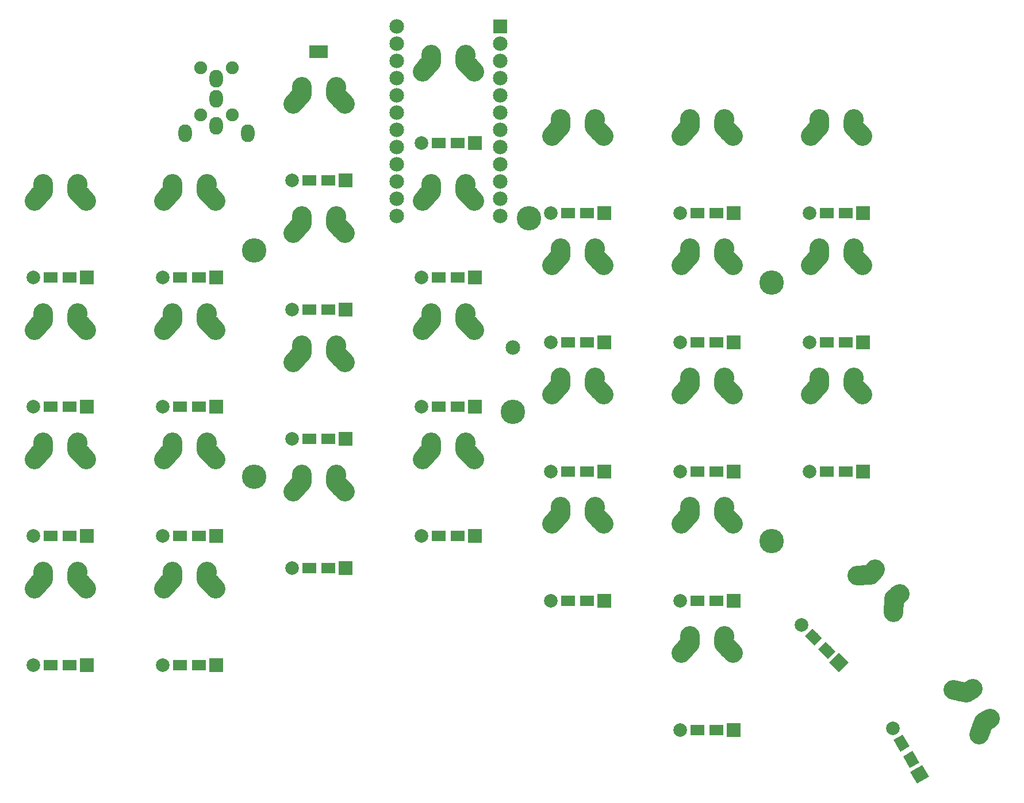
<source format=gts>
G04 #@! TF.GenerationSoftware,KiCad,Pcbnew,(5.1.2)-2*
G04 #@! TF.CreationDate,2019-06-19T23:20:39-05:00*
G04 #@! TF.ProjectId,BlastersRev2,426c6173-7465-4727-9352-6576322e6b69,rev?*
G04 #@! TF.SameCoordinates,Original*
G04 #@! TF.FileFunction,Soldermask,Top*
G04 #@! TF.FilePolarity,Negative*
%FSLAX46Y46*%
G04 Gerber Fmt 4.6, Leading zero omitted, Abs format (unit mm)*
G04 Created by KiCad (PCBNEW (5.1.2)-2) date 2019-06-19 23:20:39*
%MOMM*%
%LPD*%
G04 APERTURE LIST*
%ADD10C,2.152600*%
%ADD11R,1.400000X1.900000*%
%ADD12C,1.900000*%
%ADD13O,2.000000X2.600000*%
%ADD14R,2.000000X2.000000*%
%ADD15C,2.000000*%
%ADD16R,2.000000X1.600000*%
%ADD17C,0.100000*%
%ADD18C,1.600000*%
%ADD19C,2.900000*%
%ADD20C,2.900000*%
%ADD21C,2.400000*%
%ADD22R,2.152600X2.152600*%
%ADD23C,3.600000*%
G04 APERTURE END LIST*
D10*
X133350000Y-104775000D03*
D11*
X104070000Y-61190000D03*
X105370000Y-61190000D03*
D12*
X91993750Y-70512500D03*
X91993750Y-63512500D03*
D13*
X94293750Y-73212500D03*
X85093750Y-73212500D03*
X89693750Y-72112500D03*
X89693750Y-65112500D03*
D12*
X87393750Y-70512500D03*
X87393750Y-63512500D03*
D13*
X89693750Y-68112500D03*
D14*
X146775000Y-84931250D03*
D15*
X138975000Y-84931250D03*
D16*
X141475000Y-84931250D03*
X144275000Y-84931250D03*
X144275000Y-103981250D03*
X141475000Y-103981250D03*
D15*
X138975000Y-103981250D03*
D14*
X146775000Y-103981250D03*
X146775000Y-123031250D03*
D15*
X138975000Y-123031250D03*
D16*
X141475000Y-123031250D03*
X144275000Y-123031250D03*
X144275000Y-142081250D03*
X141475000Y-142081250D03*
D15*
X138975000Y-142081250D03*
D14*
X146775000Y-142081250D03*
X165825000Y-84931250D03*
D15*
X158025000Y-84931250D03*
D16*
X160525000Y-84931250D03*
X163325000Y-84931250D03*
X163325000Y-103981250D03*
X160525000Y-103981250D03*
D15*
X158025000Y-103981250D03*
D14*
X165825000Y-103981250D03*
X165825000Y-123031250D03*
D15*
X158025000Y-123031250D03*
D16*
X160525000Y-123031250D03*
X163325000Y-123031250D03*
X163325000Y-142081250D03*
X160525000Y-142081250D03*
D15*
X158025000Y-142081250D03*
D14*
X165825000Y-142081250D03*
X165825000Y-161131250D03*
D15*
X158025000Y-161131250D03*
D16*
X160525000Y-161131250D03*
X163325000Y-161131250D03*
X182375000Y-84931250D03*
X179575000Y-84931250D03*
D15*
X177075000Y-84931250D03*
D14*
X184875000Y-84931250D03*
X184875000Y-103981250D03*
D15*
X177075000Y-103981250D03*
D16*
X179575000Y-103981250D03*
X182375000Y-103981250D03*
X182375000Y-123031250D03*
X179575000Y-123031250D03*
D15*
X177075000Y-123031250D03*
D14*
X184875000Y-123031250D03*
D15*
X193243750Y-167683749D03*
D17*
G36*
X191877725Y-167317724D02*
G01*
X193609775Y-166317724D01*
X194609775Y-168049774D01*
X192877725Y-169049774D01*
X191877725Y-167317724D01*
X191877725Y-167317724D01*
G37*
D15*
X189343750Y-160928751D03*
D18*
X190593750Y-163093814D03*
D17*
G36*
X189400930Y-162627789D02*
G01*
X190786570Y-161827789D01*
X191786570Y-163559839D01*
X190400930Y-164359839D01*
X189400930Y-162627789D01*
X189400930Y-162627789D01*
G37*
D18*
X191993750Y-165518686D03*
D17*
G36*
X190800930Y-165052661D02*
G01*
X192186570Y-164252661D01*
X193186570Y-165984711D01*
X191800930Y-166784711D01*
X190800930Y-165052661D01*
X190800930Y-165052661D01*
G37*
D16*
X68075000Y-113506250D03*
X65275000Y-113506250D03*
D15*
X62775000Y-113506250D03*
D14*
X70575000Y-113506250D03*
X127725000Y-113506250D03*
D15*
X119925000Y-113506250D03*
D16*
X122425000Y-113506250D03*
X125225000Y-113506250D03*
X125225000Y-132556250D03*
X122425000Y-132556250D03*
D15*
X119925000Y-132556250D03*
D14*
X127725000Y-132556250D03*
D15*
X181351466Y-151188966D03*
D17*
G36*
X179937252Y-151188966D02*
G01*
X181351466Y-149774752D01*
X182765680Y-151188966D01*
X181351466Y-152603180D01*
X179937252Y-151188966D01*
X179937252Y-151188966D01*
G37*
D15*
X175836034Y-145673534D03*
D18*
X177603801Y-147441301D03*
D17*
G36*
X176331009Y-147299880D02*
G01*
X177462380Y-146168509D01*
X178876593Y-147582722D01*
X177745222Y-148714093D01*
X176331009Y-147299880D01*
X176331009Y-147299880D01*
G37*
D18*
X179583699Y-149421199D03*
D17*
G36*
X178310907Y-149279778D02*
G01*
X179442278Y-148148407D01*
X180856491Y-149562620D01*
X179725120Y-150693991D01*
X178310907Y-149279778D01*
X178310907Y-149279778D01*
G37*
D16*
X68075000Y-94456250D03*
X65275000Y-94456250D03*
D15*
X62775000Y-94456250D03*
D14*
X70575000Y-94456250D03*
X70575000Y-132556250D03*
D15*
X62775000Y-132556250D03*
D16*
X65275000Y-132556250D03*
X68075000Y-132556250D03*
X68075000Y-151606250D03*
X65275000Y-151606250D03*
D15*
X62775000Y-151606250D03*
D14*
X70575000Y-151606250D03*
X89625000Y-94456250D03*
D15*
X81825000Y-94456250D03*
D16*
X84325000Y-94456250D03*
X87125000Y-94456250D03*
X87125000Y-113506250D03*
X84325000Y-113506250D03*
D15*
X81825000Y-113506250D03*
D14*
X89625000Y-113506250D03*
X89625000Y-132556250D03*
D15*
X81825000Y-132556250D03*
D16*
X84325000Y-132556250D03*
X87125000Y-132556250D03*
X87125000Y-151606250D03*
X84325000Y-151606250D03*
D15*
X81825000Y-151606250D03*
D14*
X89625000Y-151606250D03*
D16*
X106175000Y-80168750D03*
X103375000Y-80168750D03*
D15*
X100875000Y-80168750D03*
D14*
X108675000Y-80168750D03*
X108675000Y-99218750D03*
D15*
X100875000Y-99218750D03*
D16*
X103375000Y-99218750D03*
X106175000Y-99218750D03*
X106175000Y-118268750D03*
X103375000Y-118268750D03*
D15*
X100875000Y-118268750D03*
D14*
X108675000Y-118268750D03*
X108675000Y-137318750D03*
D15*
X100875000Y-137318750D03*
D16*
X103375000Y-137318750D03*
X106175000Y-137318750D03*
D14*
X127725000Y-74612500D03*
D15*
X119925000Y-74612500D03*
D16*
X122425000Y-74612500D03*
X125225000Y-74612500D03*
X125225000Y-94456250D03*
X122425000Y-94456250D03*
D15*
X119925000Y-94456250D03*
D14*
X127725000Y-94456250D03*
D19*
X69195000Y-99985000D03*
D20*
X69214999Y-99695000D02*
X69175001Y-100275000D01*
D21*
X69175000Y-100275000D03*
X69215000Y-99695000D03*
X64175000Y-100775000D03*
X62865000Y-102235000D03*
X69175000Y-100775000D03*
X70485000Y-102235000D03*
X64175000Y-100275000D03*
X64135000Y-99695000D03*
D19*
X63520000Y-101505000D03*
D20*
X62865005Y-102235004D02*
X64174995Y-100774996D01*
D19*
X64155000Y-99985000D03*
D20*
X64135001Y-99695000D02*
X64174999Y-100275000D01*
D19*
X69830000Y-101505000D03*
D20*
X70484995Y-102235004D02*
X69175005Y-100774996D01*
D19*
X69195000Y-80935000D03*
D20*
X69214999Y-80645000D02*
X69175001Y-81225000D01*
D21*
X69175000Y-81225000D03*
X69215000Y-80645000D03*
X64175000Y-81725000D03*
X62865000Y-83185000D03*
X69175000Y-81725000D03*
X70485000Y-83185000D03*
X64175000Y-81225000D03*
X64135000Y-80645000D03*
D19*
X63520000Y-82455000D03*
D20*
X62865005Y-83185004D02*
X64174995Y-81724996D01*
D19*
X64155000Y-80935000D03*
D20*
X64135001Y-80645000D02*
X64174999Y-81225000D01*
D19*
X69830000Y-82455000D03*
D20*
X70484995Y-83185004D02*
X69175005Y-81724996D01*
D19*
X146030000Y-111030000D03*
D20*
X146684995Y-111760004D02*
X145375005Y-110299996D01*
D19*
X140355000Y-109510000D03*
D20*
X140335001Y-109220000D02*
X140374999Y-109800000D01*
D19*
X139720000Y-111030000D03*
D20*
X139065005Y-111760004D02*
X140374995Y-110299996D01*
D21*
X140335000Y-109220000D03*
X140375000Y-109800000D03*
X146685000Y-111760000D03*
X145375000Y-110300000D03*
X139065000Y-111760000D03*
X140375000Y-110300000D03*
X145415000Y-109220000D03*
X145375000Y-109800000D03*
D19*
X145395000Y-109510000D03*
D20*
X145414999Y-109220000D02*
X145375001Y-109800000D01*
D19*
X145395000Y-128560000D03*
D20*
X145414999Y-128270000D02*
X145375001Y-128850000D01*
D21*
X145375000Y-128850000D03*
X145415000Y-128270000D03*
X140375000Y-129350000D03*
X139065000Y-130810000D03*
X145375000Y-129350000D03*
X146685000Y-130810000D03*
X140375000Y-128850000D03*
X140335000Y-128270000D03*
D19*
X139720000Y-130080000D03*
D20*
X139065005Y-130810004D02*
X140374995Y-129349996D01*
D19*
X140355000Y-128560000D03*
D20*
X140335001Y-128270000D02*
X140374999Y-128850000D01*
D19*
X146030000Y-130080000D03*
D20*
X146684995Y-130810004D02*
X145375005Y-129349996D01*
D19*
X165080000Y-72930000D03*
D20*
X165734995Y-73660004D02*
X164425005Y-72199996D01*
D19*
X159405000Y-71410000D03*
D20*
X159385001Y-71120000D02*
X159424999Y-71700000D01*
D19*
X158770000Y-72930000D03*
D20*
X158115005Y-73660004D02*
X159424995Y-72199996D01*
D21*
X159385000Y-71120000D03*
X159425000Y-71700000D03*
X165735000Y-73660000D03*
X164425000Y-72200000D03*
X158115000Y-73660000D03*
X159425000Y-72200000D03*
X164465000Y-71120000D03*
X164425000Y-71700000D03*
D19*
X164445000Y-71410000D03*
D20*
X164464999Y-71120000D02*
X164425001Y-71700000D01*
D19*
X164445000Y-90460000D03*
D20*
X164464999Y-90170000D02*
X164425001Y-90750000D01*
D21*
X164425000Y-90750000D03*
X164465000Y-90170000D03*
X159425000Y-91250000D03*
X158115000Y-92710000D03*
X164425000Y-91250000D03*
X165735000Y-92710000D03*
X159425000Y-90750000D03*
X159385000Y-90170000D03*
D19*
X158770000Y-91980000D03*
D20*
X158115005Y-92710004D02*
X159424995Y-91249996D01*
D19*
X159405000Y-90460000D03*
D20*
X159385001Y-90170000D02*
X159424999Y-90750000D01*
D19*
X165080000Y-91980000D03*
D20*
X165734995Y-92710004D02*
X164425005Y-91249996D01*
D19*
X165080000Y-111030000D03*
D20*
X165734995Y-111760004D02*
X164425005Y-110299996D01*
D19*
X159405000Y-109510000D03*
D20*
X159385001Y-109220000D02*
X159424999Y-109800000D01*
D19*
X158770000Y-111030000D03*
D20*
X158115005Y-111760004D02*
X159424995Y-110299996D01*
D21*
X159385000Y-109220000D03*
X159425000Y-109800000D03*
X165735000Y-111760000D03*
X164425000Y-110300000D03*
X158115000Y-111760000D03*
X159425000Y-110300000D03*
X164465000Y-109220000D03*
X164425000Y-109800000D03*
D19*
X164445000Y-109510000D03*
D20*
X164464999Y-109220000D02*
X164425001Y-109800000D01*
D19*
X164445000Y-128560000D03*
D20*
X164464999Y-128270000D02*
X164425001Y-128850000D01*
D21*
X164425000Y-128850000D03*
X164465000Y-128270000D03*
X159425000Y-129350000D03*
X158115000Y-130810000D03*
X164425000Y-129350000D03*
X165735000Y-130810000D03*
X159425000Y-128850000D03*
X159385000Y-128270000D03*
D19*
X158770000Y-130080000D03*
D20*
X158115005Y-130810004D02*
X159424995Y-129349996D01*
D19*
X159405000Y-128560000D03*
D20*
X159385001Y-128270000D02*
X159424999Y-128850000D01*
D19*
X165080000Y-130080000D03*
D20*
X165734995Y-130810004D02*
X164425005Y-129349996D01*
D19*
X165080000Y-149130000D03*
D20*
X165734995Y-149860004D02*
X164425005Y-148399996D01*
D19*
X159405000Y-147610000D03*
D20*
X159385001Y-147320000D02*
X159424999Y-147900000D01*
D19*
X158770000Y-149130000D03*
D20*
X158115005Y-149860004D02*
X159424995Y-148399996D01*
D21*
X159385000Y-147320000D03*
X159425000Y-147900000D03*
X165735000Y-149860000D03*
X164425000Y-148400000D03*
X158115000Y-149860000D03*
X159425000Y-148400000D03*
X164465000Y-147320000D03*
X164425000Y-147900000D03*
D19*
X164445000Y-147610000D03*
D20*
X164464999Y-147320000D02*
X164425001Y-147900000D01*
D19*
X183495000Y-71410000D03*
D20*
X183514999Y-71120000D02*
X183475001Y-71700000D01*
D21*
X183475000Y-71700000D03*
X183515000Y-71120000D03*
X178475000Y-72200000D03*
X177165000Y-73660000D03*
X183475000Y-72200000D03*
X184785000Y-73660000D03*
X178475000Y-71700000D03*
X178435000Y-71120000D03*
D19*
X177820000Y-72930000D03*
D20*
X177165005Y-73660004D02*
X178474995Y-72199996D01*
D19*
X178455000Y-71410000D03*
D20*
X178435001Y-71120000D02*
X178474999Y-71700000D01*
D19*
X184130000Y-72930000D03*
D20*
X184784995Y-73660004D02*
X183475005Y-72199996D01*
D19*
X184130000Y-91980000D03*
D20*
X184784995Y-92710004D02*
X183475005Y-91249996D01*
D19*
X178455000Y-90460000D03*
D20*
X178435001Y-90170000D02*
X178474999Y-90750000D01*
D19*
X177820000Y-91980000D03*
D20*
X177165005Y-92710004D02*
X178474995Y-91249996D01*
D21*
X178435000Y-90170000D03*
X178475000Y-90750000D03*
X184785000Y-92710000D03*
X183475000Y-91250000D03*
X177165000Y-92710000D03*
X178475000Y-91250000D03*
X183515000Y-90170000D03*
X183475000Y-90750000D03*
D19*
X183495000Y-90460000D03*
D20*
X183514999Y-90170000D02*
X183475001Y-90750000D01*
D19*
X184130000Y-111030000D03*
D20*
X184784995Y-111760004D02*
X183475005Y-110299996D01*
D19*
X178455000Y-109510000D03*
D20*
X178435001Y-109220000D02*
X178474999Y-109800000D01*
D19*
X177820000Y-111030000D03*
D20*
X177165005Y-111760004D02*
X178474995Y-110299996D01*
D21*
X178435000Y-109220000D03*
X178475000Y-109800000D03*
X184785000Y-111760000D03*
X183475000Y-110300000D03*
X177165000Y-111760000D03*
X178475000Y-110300000D03*
X183515000Y-109220000D03*
X183475000Y-109800000D03*
D19*
X183495000Y-109510000D03*
D20*
X183514999Y-109220000D02*
X183475001Y-109800000D01*
D19*
X189464261Y-142795183D03*
D20*
X189411222Y-143774526D02*
X189517300Y-141815840D01*
D19*
X186526232Y-137707549D03*
D20*
X186717152Y-137488346D02*
X186335312Y-137926752D01*
D19*
X185002417Y-138333339D03*
D20*
X184023074Y-138386378D02*
X185981760Y-138280300D01*
D21*
X186717151Y-137488346D03*
X186335314Y-137926753D03*
X189411228Y-143774526D03*
X189517294Y-141815840D03*
X184023074Y-138386372D03*
X185981760Y-138280306D03*
X190309254Y-141080449D03*
X189870847Y-141462286D03*
D19*
X190090051Y-141271368D03*
D20*
X190309254Y-141080448D02*
X189870848Y-141462288D01*
D19*
X203341962Y-159622184D03*
D20*
X203603109Y-159494504D02*
X203080815Y-159749864D01*
D21*
X203080813Y-159749864D03*
X203603109Y-159494505D03*
X200147802Y-155669736D03*
X198228405Y-155265243D03*
X202647802Y-159999864D03*
X202038405Y-161864357D03*
X200580814Y-155419736D03*
X201063109Y-155095095D03*
D19*
X199188103Y-155467490D03*
D20*
X198228403Y-155265249D02*
X200147803Y-155669731D01*
D19*
X200821962Y-155257416D03*
D20*
X201063110Y-155095096D02*
X200580814Y-155419736D01*
D19*
X202343103Y-160932110D03*
D20*
X202038398Y-161864355D02*
X202647808Y-159999865D01*
D19*
X146030000Y-72930000D03*
D20*
X146684995Y-73660004D02*
X145375005Y-72199996D01*
D19*
X140355000Y-71410000D03*
D20*
X140335001Y-71120000D02*
X140374999Y-71700000D01*
D19*
X139720000Y-72930000D03*
D20*
X139065005Y-73660004D02*
X140374995Y-72199996D01*
D21*
X140335000Y-71120000D03*
X140375000Y-71700000D03*
X146685000Y-73660000D03*
X145375000Y-72200000D03*
X139065000Y-73660000D03*
X140375000Y-72200000D03*
X145415000Y-71120000D03*
X145375000Y-71700000D03*
D19*
X145395000Y-71410000D03*
D20*
X145414999Y-71120000D02*
X145375001Y-71700000D01*
D19*
X145395000Y-90460000D03*
D20*
X145414999Y-90170000D02*
X145375001Y-90750000D01*
D21*
X145375000Y-90750000D03*
X145415000Y-90170000D03*
X140375000Y-91250000D03*
X139065000Y-92710000D03*
X145375000Y-91250000D03*
X146685000Y-92710000D03*
X140375000Y-90750000D03*
X140335000Y-90170000D03*
D19*
X139720000Y-91980000D03*
D20*
X139065005Y-92710004D02*
X140374995Y-91249996D01*
D19*
X140355000Y-90460000D03*
D20*
X140335001Y-90170000D02*
X140374999Y-90750000D01*
D19*
X146030000Y-91980000D03*
D20*
X146684995Y-92710004D02*
X145375005Y-91249996D01*
D19*
X126980000Y-82455000D03*
D20*
X127634995Y-83185004D02*
X126325005Y-81724996D01*
D19*
X121305000Y-80935000D03*
D20*
X121285001Y-80645000D02*
X121324999Y-81225000D01*
D19*
X120670000Y-82455000D03*
D20*
X120015005Y-83185004D02*
X121324995Y-81724996D01*
D21*
X121285000Y-80645000D03*
X121325000Y-81225000D03*
X127635000Y-83185000D03*
X126325000Y-81725000D03*
X120015000Y-83185000D03*
X121325000Y-81725000D03*
X126365000Y-80645000D03*
X126325000Y-81225000D03*
D19*
X126345000Y-80935000D03*
D20*
X126364999Y-80645000D02*
X126325001Y-81225000D01*
D19*
X126345000Y-99985000D03*
D20*
X126364999Y-99695000D02*
X126325001Y-100275000D01*
D21*
X126325000Y-100275000D03*
X126365000Y-99695000D03*
X121325000Y-100775000D03*
X120015000Y-102235000D03*
X126325000Y-100775000D03*
X127635000Y-102235000D03*
X121325000Y-100275000D03*
X121285000Y-99695000D03*
D19*
X120670000Y-101505000D03*
D20*
X120015005Y-102235004D02*
X121324995Y-100774996D01*
D19*
X121305000Y-99985000D03*
D20*
X121285001Y-99695000D02*
X121324999Y-100275000D01*
D19*
X126980000Y-101505000D03*
D20*
X127634995Y-102235004D02*
X126325005Y-100774996D01*
D19*
X69195000Y-119035000D03*
D20*
X69214999Y-118745000D02*
X69175001Y-119325000D01*
D21*
X69175000Y-119325000D03*
X69215000Y-118745000D03*
X64175000Y-119825000D03*
X62865000Y-121285000D03*
X69175000Y-119825000D03*
X70485000Y-121285000D03*
X64175000Y-119325000D03*
X64135000Y-118745000D03*
D19*
X63520000Y-120555000D03*
D20*
X62865005Y-121285004D02*
X64174995Y-119824996D01*
D19*
X64155000Y-119035000D03*
D20*
X64135001Y-118745000D02*
X64174999Y-119325000D01*
D19*
X69830000Y-120555000D03*
D20*
X70484995Y-121285004D02*
X69175005Y-119824996D01*
D19*
X69830000Y-139605000D03*
D20*
X70484995Y-140335004D02*
X69175005Y-138874996D01*
D19*
X64155000Y-138085000D03*
D20*
X64135001Y-137795000D02*
X64174999Y-138375000D01*
D19*
X63520000Y-139605000D03*
D20*
X62865005Y-140335004D02*
X64174995Y-138874996D01*
D21*
X64135000Y-137795000D03*
X64175000Y-138375000D03*
X70485000Y-140335000D03*
X69175000Y-138875000D03*
X62865000Y-140335000D03*
X64175000Y-138875000D03*
X69215000Y-137795000D03*
X69175000Y-138375000D03*
D19*
X69195000Y-138085000D03*
D20*
X69214999Y-137795000D02*
X69175001Y-138375000D01*
D19*
X88245000Y-80935000D03*
D20*
X88264999Y-80645000D02*
X88225001Y-81225000D01*
D21*
X88225000Y-81225000D03*
X88265000Y-80645000D03*
X83225000Y-81725000D03*
X81915000Y-83185000D03*
X88225000Y-81725000D03*
X89535000Y-83185000D03*
X83225000Y-81225000D03*
X83185000Y-80645000D03*
D19*
X82570000Y-82455000D03*
D20*
X81915005Y-83185004D02*
X83224995Y-81724996D01*
D19*
X83205000Y-80935000D03*
D20*
X83185001Y-80645000D02*
X83224999Y-81225000D01*
D19*
X88880000Y-82455000D03*
D20*
X89534995Y-83185004D02*
X88225005Y-81724996D01*
D19*
X88880000Y-101505000D03*
D20*
X89534995Y-102235004D02*
X88225005Y-100774996D01*
D19*
X83205000Y-99985000D03*
D20*
X83185001Y-99695000D02*
X83224999Y-100275000D01*
D19*
X82570000Y-101505000D03*
D20*
X81915005Y-102235004D02*
X83224995Y-100774996D01*
D21*
X83185000Y-99695000D03*
X83225000Y-100275000D03*
X89535000Y-102235000D03*
X88225000Y-100775000D03*
X81915000Y-102235000D03*
X83225000Y-100775000D03*
X88265000Y-99695000D03*
X88225000Y-100275000D03*
D19*
X88245000Y-99985000D03*
D20*
X88264999Y-99695000D02*
X88225001Y-100275000D01*
D19*
X88245000Y-119035000D03*
D20*
X88264999Y-118745000D02*
X88225001Y-119325000D01*
D21*
X88225000Y-119325000D03*
X88265000Y-118745000D03*
X83225000Y-119825000D03*
X81915000Y-121285000D03*
X88225000Y-119825000D03*
X89535000Y-121285000D03*
X83225000Y-119325000D03*
X83185000Y-118745000D03*
D19*
X82570000Y-120555000D03*
D20*
X81915005Y-121285004D02*
X83224995Y-119824996D01*
D19*
X83205000Y-119035000D03*
D20*
X83185001Y-118745000D02*
X83224999Y-119325000D01*
D19*
X88880000Y-120555000D03*
D20*
X89534995Y-121285004D02*
X88225005Y-119824996D01*
D19*
X88880000Y-139605000D03*
D20*
X89534995Y-140335004D02*
X88225005Y-138874996D01*
D19*
X83205000Y-138085000D03*
D20*
X83185001Y-137795000D02*
X83224999Y-138375000D01*
D19*
X82570000Y-139605000D03*
D20*
X81915005Y-140335004D02*
X83224995Y-138874996D01*
D21*
X83185000Y-137795000D03*
X83225000Y-138375000D03*
X89535000Y-140335000D03*
X88225000Y-138875000D03*
X81915000Y-140335000D03*
X83225000Y-138875000D03*
X88265000Y-137795000D03*
X88225000Y-138375000D03*
D19*
X88245000Y-138085000D03*
D20*
X88264999Y-137795000D02*
X88225001Y-138375000D01*
D19*
X107930000Y-68167500D03*
D20*
X108584995Y-68897504D02*
X107275005Y-67437496D01*
D19*
X102255000Y-66647500D03*
D20*
X102235001Y-66357500D02*
X102274999Y-66937500D01*
D19*
X101620000Y-68167500D03*
D20*
X100965005Y-68897504D02*
X102274995Y-67437496D01*
D21*
X102235000Y-66357500D03*
X102275000Y-66937500D03*
X108585000Y-68897500D03*
X107275000Y-67437500D03*
X100965000Y-68897500D03*
X102275000Y-67437500D03*
X107315000Y-66357500D03*
X107275000Y-66937500D03*
D19*
X107295000Y-66647500D03*
D20*
X107314999Y-66357500D02*
X107275001Y-66937500D01*
D19*
X107295000Y-85697500D03*
D20*
X107314999Y-85407500D02*
X107275001Y-85987500D01*
D21*
X107275000Y-85987500D03*
X107315000Y-85407500D03*
X102275000Y-86487500D03*
X100965000Y-87947500D03*
X107275000Y-86487500D03*
X108585000Y-87947500D03*
X102275000Y-85987500D03*
X102235000Y-85407500D03*
D19*
X101620000Y-87217500D03*
D20*
X100965005Y-87947504D02*
X102274995Y-86487496D01*
D19*
X102255000Y-85697500D03*
D20*
X102235001Y-85407500D02*
X102274999Y-85987500D01*
D19*
X107930000Y-87217500D03*
D20*
X108584995Y-87947504D02*
X107275005Y-86487496D01*
D19*
X107930000Y-106267500D03*
D20*
X108584995Y-106997504D02*
X107275005Y-105537496D01*
D19*
X102255000Y-104747500D03*
D20*
X102235001Y-104457500D02*
X102274999Y-105037500D01*
D19*
X101620000Y-106267500D03*
D20*
X100965005Y-106997504D02*
X102274995Y-105537496D01*
D21*
X102235000Y-104457500D03*
X102275000Y-105037500D03*
X108585000Y-106997500D03*
X107275000Y-105537500D03*
X100965000Y-106997500D03*
X102275000Y-105537500D03*
X107315000Y-104457500D03*
X107275000Y-105037500D03*
D19*
X107295000Y-104747500D03*
D20*
X107314999Y-104457500D02*
X107275001Y-105037500D01*
D19*
X107295000Y-123797500D03*
D20*
X107314999Y-123507500D02*
X107275001Y-124087500D01*
D21*
X107275000Y-124087500D03*
X107315000Y-123507500D03*
X102275000Y-124587500D03*
X100965000Y-126047500D03*
X107275000Y-124587500D03*
X108585000Y-126047500D03*
X102275000Y-124087500D03*
X102235000Y-123507500D03*
D19*
X101620000Y-125317500D03*
D20*
X100965005Y-126047504D02*
X102274995Y-124587496D01*
D19*
X102255000Y-123797500D03*
D20*
X102235001Y-123507500D02*
X102274999Y-124087500D01*
D19*
X107930000Y-125317500D03*
D20*
X108584995Y-126047504D02*
X107275005Y-124587496D01*
D19*
X126345000Y-61885000D03*
D20*
X126364999Y-61595000D02*
X126325001Y-62175000D01*
D21*
X126325000Y-62175000D03*
X126365000Y-61595000D03*
X121325000Y-62675000D03*
X120015000Y-64135000D03*
X126325000Y-62675000D03*
X127635000Y-64135000D03*
X121325000Y-62175000D03*
X121285000Y-61595000D03*
D19*
X120670000Y-63405000D03*
D20*
X120015005Y-64135004D02*
X121324995Y-62674996D01*
D19*
X121305000Y-61885000D03*
D20*
X121285001Y-61595000D02*
X121324999Y-62175000D01*
D19*
X126980000Y-63405000D03*
D20*
X127634995Y-64135004D02*
X126325005Y-62674996D01*
D19*
X126345000Y-119035000D03*
D20*
X126364999Y-118745000D02*
X126325001Y-119325000D01*
D21*
X126325000Y-119325000D03*
X126365000Y-118745000D03*
X121325000Y-119825000D03*
X120015000Y-121285000D03*
X126325000Y-119825000D03*
X127635000Y-121285000D03*
X121325000Y-119325000D03*
X121285000Y-118745000D03*
D19*
X120670000Y-120555000D03*
D20*
X120015005Y-121285004D02*
X121324995Y-119824996D01*
D19*
X121305000Y-119035000D03*
D20*
X121285001Y-118745000D02*
X121324999Y-119325000D01*
D19*
X126980000Y-120555000D03*
D20*
X127634995Y-121285004D02*
X126325005Y-119824996D01*
D22*
X131445000Y-57467500D03*
D10*
X131445000Y-60007500D03*
X131445000Y-62547500D03*
X131445000Y-65087500D03*
X131445000Y-67627500D03*
X131445000Y-70167500D03*
X131445000Y-72707500D03*
X131445000Y-75247500D03*
X131445000Y-77787500D03*
X131445000Y-80327500D03*
X131445000Y-82867500D03*
X116205000Y-85407500D03*
X116205000Y-82867500D03*
X116205000Y-80327500D03*
X116205000Y-77787500D03*
X116205000Y-75247500D03*
X116205000Y-72707500D03*
X116205000Y-70167500D03*
X116205000Y-67627500D03*
X116205000Y-65087500D03*
X116205000Y-62547500D03*
X116205000Y-60007500D03*
X131445000Y-85407500D03*
X116205000Y-57467500D03*
D23*
X171450000Y-95250000D03*
X171450000Y-133350000D03*
X133350000Y-114300000D03*
X135731250Y-85725000D03*
X95250000Y-123825000D03*
X95250000Y-90487500D03*
M02*

</source>
